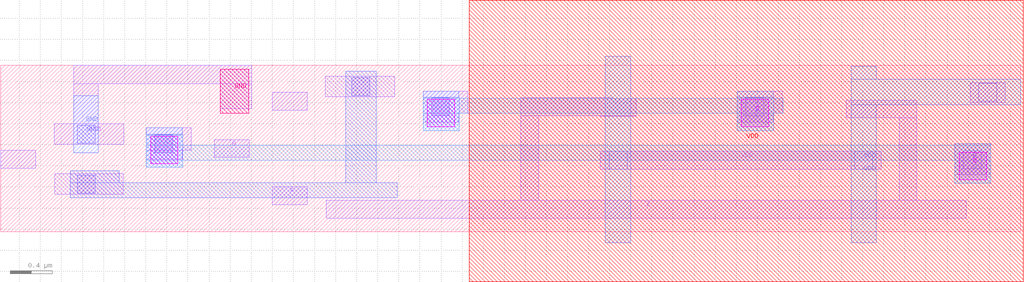
<source format=lef>
VERSION 5.7 ;
  NOWIREEXTENSIONATPIN ON ;
  DIVIDERCHAR "/" ;
  BUSBITCHARS "[]" ;
MACRO sky130_fd_bd_sram__openram_sp_nand4_dec
  CLASS BLOCK ;
  FOREIGN sky130_fd_bd_sram__openram_sp_nand4_dec ;
  ORIGIN 2.375 -0.175 ;
  SIZE 9.675 BY 1.580 ;
  PIN A
    ANTENNAGATEAREA 0.279000 ;
    PORT
      LAYER li1 ;
        RECT 0.200 0.430 0.530 0.600 ;
    END
  END A
  PIN B
    ANTENNAGATEAREA 0.279000 ;
    PORT
      LAYER li1 ;
        RECT -0.350 0.880 -0.020 1.050 ;
    END
  END B
  PIN C
    ANTENNAGATEAREA 0.279750 ;
    PORT
      LAYER li1 ;
        RECT 0.200 1.330 0.530 1.500 ;
        RECT 1.630 1.300 2.055 1.510 ;
        RECT 4.610 1.300 5.035 1.510 ;
        RECT 1.630 1.215 1.970 1.300 ;
        RECT 4.610 1.215 4.950 1.300 ;
      LAYER mcon ;
        RECT 1.710 1.275 1.880 1.445 ;
        RECT 4.690 1.275 4.860 1.445 ;
      LAYER met1 ;
        RECT 1.630 1.450 1.970 1.510 ;
        RECT 4.610 1.450 4.950 1.510 ;
        RECT 1.630 1.135 1.975 1.450 ;
        RECT 4.610 1.135 4.955 1.450 ;
      LAYER via ;
        RECT 1.670 1.170 1.930 1.430 ;
        RECT 4.650 1.170 4.910 1.430 ;
      LAYER met2 ;
        RECT 1.630 1.300 5.045 1.440 ;
        RECT 1.630 1.135 1.975 1.300 ;
        RECT 4.610 1.135 4.955 1.300 ;
    END
  END C
  PIN D
    ANTENNAGATEAREA 0.299625 ;
    PORT
      LAYER li1 ;
        RECT -0.995 0.950 -0.570 1.160 ;
        RECT -2.375 0.780 -2.045 0.950 ;
        RECT -0.995 0.865 -0.655 0.950 ;
        RECT 6.675 0.715 7.015 1.010 ;
      LAYER mcon ;
        RECT -0.915 0.925 -0.745 1.095 ;
        RECT 6.755 0.775 6.925 0.945 ;
      LAYER met1 ;
        RECT -0.995 1.100 -0.655 1.160 ;
        RECT -0.995 0.785 -0.650 1.100 ;
        RECT 6.675 0.635 7.015 1.010 ;
      LAYER via ;
        RECT -0.955 0.820 -0.695 1.080 ;
        RECT 6.715 0.670 6.975 0.930 ;
      LAYER met2 ;
        RECT -0.995 0.995 -0.650 1.090 ;
        RECT -0.995 0.855 7.015 0.995 ;
        RECT -0.995 0.785 -0.650 0.855 ;
        RECT 6.675 0.635 7.015 0.855 ;
    END
  END D
  PIN GND
    ANTENNADIFFAREA 0.389450 ;
    PORT
      LAYER pwell ;
        RECT -0.295 1.300 -0.025 1.715 ;
      LAYER li1 ;
        RECT -1.685 1.580 0.005 1.755 ;
        RECT -1.685 1.200 -1.450 1.580 ;
        RECT -0.295 1.340 0.005 1.580 ;
        RECT -1.870 1.005 -1.210 1.200 ;
      LAYER mcon ;
        RECT -1.650 1.015 -1.480 1.185 ;
      LAYER met1 ;
        RECT -1.685 0.925 -1.450 1.465 ;
    END
  END GND
  PIN VDD
    ANTENNADIFFAREA 0.859175 ;
    PORT
      LAYER nwell ;
        RECT 5.430 2.370 7.325 2.375 ;
        RECT 2.070 -0.300 7.325 2.370 ;
      LAYER li1 ;
        RECT 6.820 1.400 7.150 1.590 ;
        RECT 3.310 0.770 5.975 0.940 ;
      LAYER mcon ;
        RECT 6.900 1.415 7.070 1.585 ;
        RECT 3.395 0.770 3.565 0.940 ;
        RECT 5.725 0.770 5.895 0.940 ;
      LAYER met1 ;
        RECT 3.360 0.070 3.600 1.840 ;
        RECT 5.690 1.620 5.930 1.745 ;
        RECT 5.690 1.380 7.300 1.620 ;
        RECT 5.690 0.070 5.930 1.380 ;
    END
  END VDD
  PIN Z
    ANTENNADIFFAREA 1.531850 ;
    PORT
      LAYER li1 ;
        RECT 2.555 1.440 3.435 1.445 ;
        RECT 2.555 1.275 3.650 1.440 ;
        RECT 2.555 0.475 2.725 1.275 ;
        RECT 3.310 1.270 3.650 1.275 ;
        RECT 5.645 1.255 6.315 1.425 ;
        RECT 6.145 0.475 6.315 1.255 ;
        RECT 0.710 0.305 6.780 0.475 ;
    END
  END Z
  OBS
      LAYER li1 ;
        RECT 0.700 1.455 1.360 1.650 ;
        RECT -1.865 0.530 -1.215 0.725 ;
      LAYER mcon ;
        RECT 0.955 1.465 1.125 1.635 ;
        RECT -1.650 0.540 -1.480 0.710 ;
      LAYER met1 ;
        RECT -1.715 0.640 -1.250 0.755 ;
        RECT 0.895 0.640 1.185 1.700 ;
        RECT -1.715 0.500 1.385 0.640 ;
  END
END sky130_fd_bd_sram__openram_sp_nand4_dec
END LIBRARY


</source>
